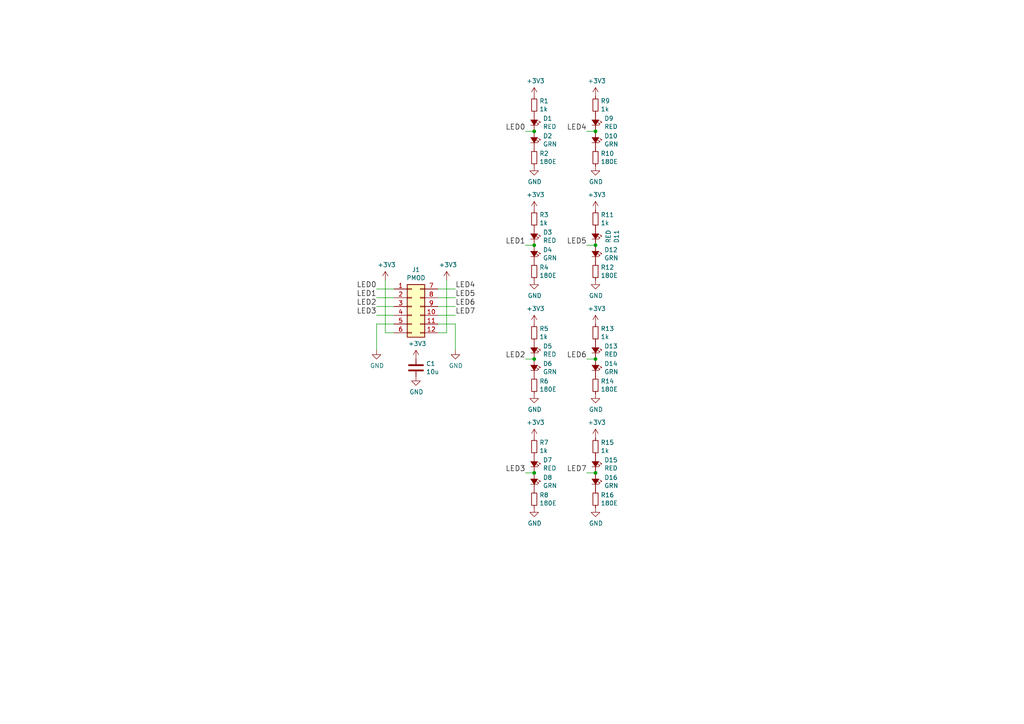
<source format=kicad_sch>
(kicad_sch (version 20230121) (generator eeschema)
  (paper "A4")
  (title_block (title "iCEBreaker PMOD - Tristate LED") (rev "V0.1a") (company "1BitSquared") (comment 1 "(C) 2018 Piotr Esden-Tempski <piotr@esden.net>") (comment 2 "(C) 2018 1BitSquared <info@1bitsquared.com>") (comment 3 "License: CC-BY-SA V4.0"))
  (lib_symbols
    (symbol "Connector_Generic:Conn_02x06_Top_Bottom" (pin_names (offset 1.016) hide)
      (property "Reference" "J" (at 1.27 7.62 0))
      (property "Value" "Conn_02x06_Top_Bottom" (at 1.27 -10.16 0))
      (symbol "Conn_02x06_Top_Bottom_1_1"
        (rectangle (start -1.27 -7.493) (end 0 -7.747) (stroke (width 0.1524)))
        (rectangle (start -1.27 -4.953) (end 0 -5.207) (stroke (width 0.1524)))
        (rectangle (start -1.27 -2.413) (end 0 -2.667) (stroke (width 0.1524)))
        (rectangle (start -1.27 0.127) (end 0 -0.127) (stroke (width 0.1524)))
        (rectangle (start -1.27 2.667) (end 0 2.413) (stroke (width 0.1524)))
        (rectangle (start -1.27 5.207) (end 0 4.953) (stroke (width 0.1524)))
        (rectangle (start -1.27 6.35) (end 3.81 -8.89) (stroke (width 0.254)) (fill (type background)))
        (rectangle (start 3.81 -7.493) (end 2.54 -7.747) (stroke (width 0.1524)))
        (rectangle (start 3.81 -4.953) (end 2.54 -5.207) (stroke (width 0.1524)))
        (rectangle (start 3.81 -2.413) (end 2.54 -2.667) (stroke (width 0.1524)))
        (rectangle (start 3.81 0.127) (end 2.54 -0.127) (stroke (width 0.1524)))
        (rectangle (start 3.81 2.667) (end 2.54 2.413) (stroke (width 0.1524)))
        (rectangle (start 3.81 5.207) (end 2.54 4.953) (stroke (width 0.1524)))
        (pin passive line (at -5.08 5.08 0) (length 3.81) (name "Pin_1") (number "1"))
        (pin passive line (at 7.62 -2.54 180) (length 3.81) (name "Pin_10") (number "10"))
        (pin passive line (at 7.62 -5.08 180) (length 3.81) (name "Pin_11") (number "11"))
        (pin passive line (at 7.62 -7.62 180) (length 3.81) (name "Pin_12") (number "12"))
        (pin passive line (at -5.08 2.54 0) (length 3.81) (name "Pin_2") (number "2"))
        (pin passive line (at -5.08 0 0) (length 3.81) (name "Pin_3") (number "3"))
        (pin passive line (at -5.08 -2.54 0) (length 3.81) (name "Pin_4") (number "4"))
        (pin passive line (at -5.08 -5.08 0) (length 3.81) (name "Pin_5") (number "5"))
        (pin passive line (at -5.08 -7.62 0) (length 3.81) (name "Pin_6") (number "6"))
        (pin passive line (at 7.62 5.08 180) (length 3.81) (name "Pin_7") (number "7"))
        (pin passive line (at 7.62 2.54 180) (length 3.81) (name "Pin_8") (number "8"))
        (pin passive line (at 7.62 0 180) (length 3.81) (name "Pin_9") (number "9"))
      )
    )
    (symbol "ibp-tristate-led-rescue:pkl_C-pkl_device" (pin_numbers hide) (pin_names (offset 0.254))
      (property "Reference" "C" (at 0.635 2.54 0))
      (property "Value" "pkl_device:pkl_C" (at 0.635 -2.54 0))
      (symbol "pkl_C-pkl_device_0_1"
        (polyline (pts (xy -2.032 -0.762) (xy 2.032 -0.762)) (stroke (width 0.508)))
        (polyline (pts (xy -2.032 0.762) (xy 2.032 0.762)) (stroke (width 0.508)))
      )
      (symbol "pkl_C-pkl_device_1_1"
        (pin passive line (at 0 2.54 270) (length 1.524) (name "~") (number "1"))
        (pin passive line (at 0 -2.54 90) (length 1.524) (name "~") (number "2"))
      )
    )
    (symbol "ibp-tristate-led-rescue:pkl_Led_Small-pkl_device" (pin_numbers hide) (pin_names (offset 0.254) hide)
      (property "Reference" "D" (at -1.27 2.54 0))
      (property "Value" "pkl_device:pkl_Led_Small" (at -3.81 -2.032 0))
      (symbol "pkl_Led_Small-pkl_device_0_1"
        (polyline (pts (xy 0.762 -1.016) (xy 0.762 1.016)))
        (polyline (pts (xy -0.762 -1.016) (xy 0.762 0) (xy -0.762 1.016) (xy -0.762 -1.016)) (fill (type outline)))
        (polyline (pts (xy -0.508 1.27) (xy 0 1.778) (xy -0.254 1.778) (xy 0 1.778) (xy 0 1.524)))
        (polyline (pts (xy 0 0.762) (xy 0.508 1.27) (xy 0.254 1.27) (xy 0.508 1.27) (xy 0.508 1.016)))
      )
      (symbol "pkl_Led_Small-pkl_device_1_1"
        (pin passive line (at -2.54 0 0) (length 1.778) (name "A") (number "A"))
        (pin passive line (at 2.54 0 180) (length 1.778) (name "C") (number "C"))
      )
    )
    (symbol "ibp-tristate-led-rescue:pkl_R_Small-pkl_device" (pin_numbers hide) (pin_names (offset 0.254) hide)
      (property "Reference" "R" (at 0.762 0.508 0))
      (property "Value" "pkl_device:pkl_R_Small" (at 0.762 -1.016 0))
      (symbol "pkl_R_Small-pkl_device_0_1"
        (rectangle (start -0.762 1.778) (end 0.762 -1.778) (stroke (width 0.2032)))
      )
      (symbol "pkl_R_Small-pkl_device_1_1"
        (pin passive line (at 0 2.54 270) (length 0.762) (name "~") (number "1"))
        (pin passive line (at 0 -2.54 90) (length 0.762) (name "~") (number "2"))
      )
    )
    (symbol "power:+3V3" (power) (pin_names (offset 0))
      (property "Value" "+3V3" (at 0 3.556 0))
      (symbol "+3V3_0_1"
        (polyline (pts (xy -0.762 1.27) (xy 0 2.54)))
        (polyline (pts (xy 0 0) (xy 0 2.54)))
        (polyline (pts (xy 0 2.54) (xy 0.762 1.27)))
      )
      (symbol "+3V3_1_1"
        (pin power_in line (at 0 0 90) (length 0) hide (name "+3V3") (number "1"))
      )
    )
    (symbol "power:GND" (power) (pin_names (offset 0))
      (property "Value" "GND" (at 0 -3.81 0))
      (symbol "GND_0_1"
        (polyline (pts (xy 0 0) (xy 0 -1.27) (xy 1.27 -1.27) (xy 0 -2.54) (xy -1.27 -1.27) (xy 0 -1.27)))
      )
      (symbol "GND_1_1"
        (pin power_in line (at 0 0 270) (length 0) hide (name "GND") (number "1"))
      )
    )
  )
  (junction (at 154.94 38.1))
  (junction (at 172.72 38.1))
  (junction (at 154.94 137.16))
  (junction (at 172.72 137.16))
  (junction (at 154.94 104.14))
  (junction (at 172.72 71.12))
  (junction (at 172.72 104.14))
  (junction (at 154.94 71.12))
  (wire (pts (xy 170.18 137.16) (xy 172.72 137.16)))
  (wire (pts (xy 114.3 83.82) (xy 109.22 83.82)))
  (wire (pts (xy 127 91.44) (xy 132.08 91.44)))
  (wire (pts (xy 170.18 104.14) (xy 172.72 104.14)))
  (wire (pts (xy 170.18 38.1) (xy 172.72 38.1)))
  (wire (pts (xy 129.54 96.52) (xy 129.54 81.28)))
  (wire (pts (xy 114.3 91.44) (xy 109.22 91.44)))
  (wire (pts (xy 114.3 86.36) (xy 109.22 86.36)))
  (wire (pts (xy 152.4 104.14) (xy 154.94 104.14)))
  (wire (pts (xy 114.3 96.52) (xy 111.76 96.52)))
  (wire (pts (xy 170.18 71.12) (xy 172.72 71.12)))
  (wire (pts (xy 111.76 96.52) (xy 111.76 81.28)))
  (wire (pts (xy 152.4 71.12) (xy 154.94 71.12)))
  (wire (pts (xy 127 86.36) (xy 132.08 86.36)))
  (wire (pts (xy 109.22 93.98) (xy 109.22 101.6)))
  (wire (pts (xy 127 88.9) (xy 132.08 88.9)))
  (wire (pts (xy 152.4 38.1) (xy 154.94 38.1)))
  (wire (pts (xy 127 96.52) (xy 129.54 96.52)))
  (wire (pts (xy 152.4 137.16) (xy 154.94 137.16)))
  (wire (pts (xy 114.3 93.98) (xy 109.22 93.98)))
  (wire (pts (xy 114.3 88.9) (xy 109.22 88.9)))
  (wire (pts (xy 132.08 93.98) (xy 132.08 101.6)))
  (wire (pts (xy 127 83.82) (xy 132.08 83.82)))
  (wire (pts (xy 127 93.98) (xy 132.08 93.98)))
  (label "LED1" (at 152.4 71.12 180) (effects (font (size 1.524 1.524))))
  (label "LED5" (at 132.08 86.36 0) (effects (font (size 1.524 1.524))))
  (label "LED7" (at 170.18 137.16 180) (effects (font (size 1.524 1.524))))
  (label "LED5" (at 170.18 71.12 180) (effects (font (size 1.524 1.524))))
  (label "LED0" (at 152.4 38.1 180) (effects (font (size 1.524 1.524))))
  (label "LED2" (at 109.22 88.9 180) (effects (font (size 1.524 1.524))))
  (label "LED4" (at 132.08 83.82 0) (effects (font (size 1.524 1.524))))
  (label "LED3" (at 109.22 91.44 180) (effects (font (size 1.524 1.524))))
  (label "LED4" (at 170.18 38.1 180) (effects (font (size 1.524 1.524))))
  (label "LED0" (at 109.22 83.82 180) (effects (font (size 1.524 1.524))))
  (label "LED3" (at 152.4 137.16 180) (effects (font (size 1.524 1.524))))
  (label "LED2" (at 152.4 104.14 180) (effects (font (size 1.524 1.524))))
  (label "LED7" (at 132.08 91.44 0) (effects (font (size 1.524 1.524))))
  (label "LED1" (at 109.22 86.36 180) (effects (font (size 1.524 1.524))))
  (label "LED6" (at 170.18 104.14 180) (effects (font (size 1.524 1.524))))
  (label "LED6" (at 132.08 88.9 0) (effects (font (size 1.524 1.524))))
  (symbol (lib_id "Connector_Generic:Conn_02x06_Top_Bottom") (at 119.38 88.9 0) (unit 1)
    (property "Reference" "J1" (at 120.65 78.232 0))
    (property "Value" "PMOD" (at 120.65 80.5942 0))
    (property "Footprint" "pkl_connectors:PMODHeader_2x06_P2.54mm_Horizontal" (effects hide))
    (property "Key" "conn-th-01in-6-2-hdr-ra" (effects hide))
    (property "Source" "ANY" (effects hide))
  )
  (symbol (lib_id "power:GND") (at 132.08 101.6 0) (unit 1)
    (property "Reference" "#PWR06" (effects hide))
    (property "Value" "GND" (at 132.207 106.0704 0))
  )
  (symbol (lib_id "power:GND") (at 109.22 101.6 0) (unit 1)
    (property "Reference" "#PWR01" (effects hide))
    (property "Value" "GND" (at 109.347 106.0704 0))
  )
  (symbol (lib_id "power:+3V3") (at 129.54 81.28 0) (unit 1)
    (property "Reference" "#PWR05" (effects hide))
    (property "Value" "+3V3" (at 129.921 76.8096 0))
  )
  (symbol (lib_id "power:+3V3") (at 111.76 81.28 0) (unit 1)
    (property "Reference" "#PWR02" (effects hide))
    (property "Value" "+3V3" (at 112.141 76.8096 0))
  )
  (symbol (lib_id "ibp-tristate-led-rescue:pkl_C-pkl_device") (at 120.65 106.68 0) (unit 1)
    (property "Reference" "C1" (at 123.571 105.4862 0) (effects (justify left)))
    (property "Value" "10u" (at 123.571 107.8484 0) (effects (justify left)))
    (property "Footprint" "pkl_dipol:C_0603" (effects hide))
    (property "Key" "cap-cer-0603-10u" (effects hide))
    (property "Source" "ANY" (effects hide))
  )
  (symbol (lib_id "power:+3V3") (at 120.65 104.14 0) (unit 1)
    (property "Reference" "#PWR03" (effects hide))
    (property "Value" "+3V3" (at 121.031 99.6696 0))
  )
  (symbol (lib_id "power:GND") (at 120.65 109.22 0) (unit 1)
    (property "Reference" "#PWR04" (effects hide))
    (property "Value" "GND" (at 120.777 113.6904 0))
  )
  (symbol (lib_id "ibp-tristate-led-rescue:pkl_R_Small-pkl_device") (at 154.94 129.54 0) (unit 1)
    (property "Reference" "R7" (at 156.4386 128.3462 0) (effects (justify left)))
    (property "Value" "1k" (at 156.4386 130.7084 0) (effects (justify left)))
    (property "Footprint" "pkl_dipol:R_0402" (effects hide))
    (property "Key" "res-0402-1k" (effects hide))
    (property "Source" "ANY" (effects hide))
  )
  (symbol (lib_id "ibp-tristate-led-rescue:pkl_R_Small-pkl_device") (at 154.94 144.78 0) (unit 1)
    (property "Reference" "R8" (at 156.4386 143.5862 0) (effects (justify left)))
    (property "Value" "180E" (at 156.4386 145.9484 0) (effects (justify left)))
    (property "Footprint" "pkl_dipol:R_0402" (effects hide))
    (property "Key" "res-0402-180" (effects hide))
    (property "Source" "ANY" (effects hide))
  )
  (symbol (lib_id "power:+3V3") (at 154.94 127 0) (unit 1)
    (property "Reference" "#PWR013" (effects hide))
    (property "Value" "+3V3" (at 155.321 122.5296 0))
  )
  (symbol (lib_id "power:GND") (at 154.94 147.32 0) (unit 1)
    (property "Reference" "#PWR014" (effects hide))
    (property "Value" "GND" (at 155.067 151.7904 0))
  )
  (symbol (lib_id "ibp-tristate-led-rescue:pkl_R_Small-pkl_device") (at 172.72 129.54 0) (unit 1)
    (property "Reference" "R15" (at 174.2186 128.3462 0) (effects (justify left)))
    (property "Value" "1k" (at 174.2186 130.7084 0) (effects (justify left)))
    (property "Footprint" "pkl_dipol:R_0402" (effects hide))
    (property "Key" "res-0402-1k" (effects hide))
    (property "Source" "ANY" (effects hide))
  )
  (symbol (lib_id "ibp-tristate-led-rescue:pkl_R_Small-pkl_device") (at 172.72 144.78 0) (unit 1)
    (property "Reference" "R16" (at 174.2186 143.5862 0) (effects (justify left)))
    (property "Value" "180E" (at 174.2186 145.9484 0) (effects (justify left)))
    (property "Footprint" "pkl_dipol:R_0402" (effects hide))
    (property "Key" "res-0402-180" (effects hide))
    (property "Source" "ANY" (effects hide))
  )
  (symbol (lib_id "power:+3V3") (at 172.72 127 0) (unit 1)
    (property "Reference" "#PWR021" (effects hide))
    (property "Value" "+3V3" (at 173.101 122.5296 0))
  )
  (symbol (lib_id "power:GND") (at 172.72 147.32 0) (unit 1)
    (property "Reference" "#PWR022" (effects hide))
    (property "Value" "GND" (at 172.847 151.7904 0))
  )
  (symbol (lib_id "ibp-tristate-led-rescue:pkl_R_Small-pkl_device") (at 154.94 96.52 0) (unit 1)
    (property "Reference" "R5" (at 156.4386 95.3262 0) (effects (justify left)))
    (property "Value" "1k" (at 156.4386 97.6884 0) (effects (justify left)))
    (property "Footprint" "pkl_dipol:R_0402" (effects hide))
    (property "Key" "res-0402-1k" (effects hide))
    (property "Source" "ANY" (effects hide))
  )
  (symbol (lib_id "ibp-tristate-led-rescue:pkl_R_Small-pkl_device") (at 154.94 111.76 0) (unit 1)
    (property "Reference" "R6" (at 156.4386 110.5662 0) (effects (justify left)))
    (property "Value" "180E" (at 156.4386 112.9284 0) (effects (justify left)))
    (property "Footprint" "pkl_dipol:R_0402" (effects hide))
    (property "Key" "res-0402-180" (effects hide))
    (property "Source" "ANY" (effects hide))
  )
  (symbol (lib_id "power:+3V3") (at 154.94 93.98 0) (unit 1)
    (property "Reference" "#PWR011" (effects hide))
    (property "Value" "+3V3" (at 155.321 89.5096 0))
  )
  (symbol (lib_id "power:GND") (at 154.94 114.3 0) (unit 1)
    (property "Reference" "#PWR012" (effects hide))
    (property "Value" "GND" (at 155.067 118.7704 0))
  )
  (symbol (lib_id "ibp-tristate-led-rescue:pkl_R_Small-pkl_device") (at 172.72 96.52 0) (unit 1)
    (property "Reference" "R13" (at 174.2186 95.3262 0) (effects (justify left)))
    (property "Value" "1k" (at 174.2186 97.6884 0) (effects (justify left)))
    (property "Footprint" "pkl_dipol:R_0402" (effects hide))
    (property "Key" "res-0402-1k" (effects hide))
    (property "Source" "ANY" (effects hide))
  )
  (symbol (lib_id "ibp-tristate-led-rescue:pkl_R_Small-pkl_device") (at 172.72 111.76 0) (unit 1)
    (property "Reference" "R14" (at 174.2186 110.5662 0) (effects (justify left)))
    (property "Value" "180E" (at 174.2186 112.9284 0) (effects (justify left)))
    (property "Footprint" "pkl_dipol:R_0402" (effects hide))
    (property "Key" "res-0402-180" (effects hide))
    (property "Source" "ANY" (effects hide))
  )
  (symbol (lib_id "power:+3V3") (at 172.72 93.98 0) (unit 1)
    (property "Reference" "#PWR019" (effects hide))
    (property "Value" "+3V3" (at 173.101 89.5096 0))
  )
  (symbol (lib_id "power:GND") (at 172.72 114.3 0) (unit 1)
    (property "Reference" "#PWR020" (effects hide))
    (property "Value" "GND" (at 172.847 118.7704 0))
  )
  (symbol (lib_id "ibp-tristate-led-rescue:pkl_R_Small-pkl_device") (at 154.94 63.5 0) (unit 1)
    (property "Reference" "R3" (at 156.4386 62.3062 0) (effects (justify left)))
    (property "Value" "1k" (at 156.4386 64.6684 0) (effects (justify left)))
    (property "Footprint" "pkl_dipol:R_0402" (effects hide))
    (property "Key" "res-0402-1k" (effects hide))
    (property "Source" "ANY" (effects hide))
  )
  (symbol (lib_id "ibp-tristate-led-rescue:pkl_R_Small-pkl_device") (at 154.94 78.74 0) (unit 1)
    (property "Reference" "R4" (at 156.4386 77.5462 0) (effects (justify left)))
    (property "Value" "180E" (at 156.4386 79.9084 0) (effects (justify left)))
    (property "Footprint" "pkl_dipol:R_0402" (effects hide))
    (property "Key" "res-0402-180" (effects hide))
    (property "Source" "ANY" (effects hide))
  )
  (symbol (lib_id "power:+3V3") (at 154.94 60.96 0) (unit 1)
    (property "Reference" "#PWR09" (effects hide))
    (property "Value" "+3V3" (at 155.321 56.4896 0))
  )
  (symbol (lib_id "power:GND") (at 154.94 81.28 0) (unit 1)
    (property "Reference" "#PWR010" (effects hide))
    (property "Value" "GND" (at 155.067 85.7504 0))
  )
  (symbol (lib_id "ibp-tristate-led-rescue:pkl_R_Small-pkl_device") (at 172.72 63.5 0) (unit 1)
    (property "Reference" "R11" (at 174.2186 62.3062 0) (effects (justify left)))
    (property "Value" "1k" (at 174.2186 64.6684 0) (effects (justify left)))
    (property "Footprint" "pkl_dipol:R_0402" (effects hide))
    (property "Key" "res-0402-1k" (effects hide))
    (property "Source" "ANY" (effects hide))
  )
  (symbol (lib_id "ibp-tristate-led-rescue:pkl_R_Small-pkl_device") (at 172.72 78.74 0) (unit 1)
    (property "Reference" "R12" (at 174.2186 77.5462 0) (effects (justify left)))
    (property "Value" "180E" (at 174.2186 79.9084 0) (effects (justify left)))
    (property "Footprint" "pkl_dipol:R_0402" (effects hide))
    (property "Key" "res-0402-180" (effects hide))
    (property "Source" "ANY" (effects hide))
  )
  (symbol (lib_id "power:+3V3") (at 172.72 60.96 0) (unit 1)
    (property "Reference" "#PWR017" (effects hide))
    (property "Value" "+3V3" (at 173.101 56.4896 0))
  )
  (symbol (lib_id "power:GND") (at 172.72 81.28 0) (unit 1)
    (property "Reference" "#PWR018" (effects hide))
    (property "Value" "GND" (at 172.847 85.7504 0))
  )
  (symbol (lib_id "ibp-tristate-led-rescue:pkl_R_Small-pkl_device") (at 154.94 30.48 0) (unit 1)
    (property "Reference" "R1" (at 156.4386 29.2862 0) (effects (justify left)))
    (property "Value" "1k" (at 156.4386 31.6484 0) (effects (justify left)))
    (property "Footprint" "pkl_dipol:R_0402" (effects hide))
    (property "Key" "res-0402-1k" (effects hide))
    (property "Source" "ANY" (effects hide))
  )
  (symbol (lib_id "ibp-tristate-led-rescue:pkl_R_Small-pkl_device") (at 154.94 45.72 0) (unit 1)
    (property "Reference" "R2" (at 156.4386 44.5262 0) (effects (justify left)))
    (property "Value" "180E" (at 156.4386 46.8884 0) (effects (justify left)))
    (property "Footprint" "pkl_dipol:R_0402" (effects hide))
    (property "Key" "res-0402-180" (effects hide))
    (property "Source" "ANY" (effects hide))
  )
  (symbol (lib_id "power:+3V3") (at 154.94 27.94 0) (unit 1)
    (property "Reference" "#PWR07" (effects hide))
    (property "Value" "+3V3" (at 155.321 23.4696 0))
  )
  (symbol (lib_id "power:GND") (at 154.94 48.26 0) (unit 1)
    (property "Reference" "#PWR08" (effects hide))
    (property "Value" "GND" (at 155.067 52.7304 0))
  )
  (symbol (lib_id "ibp-tristate-led-rescue:pkl_R_Small-pkl_device") (at 172.72 30.48 0) (unit 1)
    (property "Reference" "R9" (at 174.2186 29.2862 0) (effects (justify left)))
    (property "Value" "1k" (at 174.2186 31.6484 0) (effects (justify left)))
    (property "Footprint" "pkl_dipol:R_0402" (effects hide))
    (property "Key" "res-0402-1k" (effects hide))
    (property "Source" "ANY" (effects hide))
  )
  (symbol (lib_id "ibp-tristate-led-rescue:pkl_R_Small-pkl_device") (at 172.72 45.72 0) (unit 1)
    (property "Reference" "R10" (at 174.2186 44.5262 0) (effects (justify left)))
    (property "Value" "180E" (at 174.2186 46.8884 0) (effects (justify left)))
    (property "Footprint" "pkl_dipol:R_0402" (effects hide))
    (property "Key" "res-0402-180" (effects hide))
    (property "Source" "ANY" (effects hide))
  )
  (symbol (lib_id "power:+3V3") (at 172.72 27.94 0) (unit 1)
    (property "Reference" "#PWR015" (effects hide))
    (property "Value" "+3V3" (at 173.101 23.4696 0))
  )
  (symbol (lib_id "power:GND") (at 172.72 48.26 0) (unit 1)
    (property "Reference" "#PWR016" (effects hide))
    (property "Value" "GND" (at 172.847 52.7304 0))
  )
  (symbol (lib_id "ibp-tristate-led-rescue:pkl_Led_Small-pkl_device") (at 154.94 134.62 270) (unit 1)
    (property "Reference" "D7" (at 157.48 133.4262 90) (effects (justify left)))
    (property "Value" "RED" (at 157.48 135.7884 90) (effects (justify left)))
    (property "Footprint" "pkl_dipol:D_0603" (effects hide))
    (property "Source" "ANY" (effects hide))
    (property "Key" "led-0603-red" (effects hide))
  )
  (symbol (lib_id "ibp-tristate-led-rescue:pkl_Led_Small-pkl_device") (at 154.94 139.7 270) (unit 1)
    (property "Reference" "D8" (at 157.48 138.5062 90) (effects (justify left)))
    (property "Value" "GRN" (at 157.48 140.8684 90) (effects (justify left)))
    (property "Footprint" "pkl_dipol:D_0603" (effects hide))
    (property "Source" "ANY" (effects hide))
    (property "Key" "led-0603-grn" (effects hide))
  )
  (symbol (lib_id "ibp-tristate-led-rescue:pkl_Led_Small-pkl_device") (at 172.72 134.62 270) (unit 1)
    (property "Reference" "D15" (at 175.26 133.4262 90) (effects (justify left)))
    (property "Value" "RED" (at 175.26 135.7884 90) (effects (justify left)))
    (property "Footprint" "pkl_dipol:D_0603" (effects hide))
    (property "Source" "ANY" (effects hide))
    (property "Key" "led-0603-red" (effects hide))
  )
  (symbol (lib_id "ibp-tristate-led-rescue:pkl_Led_Small-pkl_device") (at 172.72 139.7 270) (unit 1)
    (property "Reference" "D16" (at 175.26 138.5062 90) (effects (justify left)))
    (property "Value" "GRN" (at 175.26 140.8684 90) (effects (justify left)))
    (property "Footprint" "pkl_dipol:D_0603" (effects hide))
    (property "Source" "ANY" (effects hide))
    (property "Key" "led-0603-grn" (effects hide))
  )
  (symbol (lib_id "ibp-tristate-led-rescue:pkl_Led_Small-pkl_device") (at 154.94 101.6 270) (unit 1)
    (property "Reference" "D5" (at 157.48 100.4062 90) (effects (justify left)))
    (property "Value" "RED" (at 157.48 102.7684 90) (effects (justify left)))
    (property "Footprint" "pkl_dipol:D_0603" (effects hide))
    (property "Source" "ANY" (effects hide))
    (property "Key" "led-0603-red" (effects hide))
  )
  (symbol (lib_id "ibp-tristate-led-rescue:pkl_Led_Small-pkl_device") (at 154.94 106.68 270) (unit 1)
    (property "Reference" "D6" (at 157.48 105.4862 90) (effects (justify left)))
    (property "Value" "GRN" (at 157.48 107.8484 90) (effects (justify left)))
    (property "Footprint" "pkl_dipol:D_0603" (effects hide))
    (property "Source" "ANY" (effects hide))
    (property "Key" "led-0603-grn" (effects hide))
  )
  (symbol (lib_id "ibp-tristate-led-rescue:pkl_Led_Small-pkl_device") (at 172.72 101.6 270) (unit 1)
    (property "Reference" "D13" (at 175.26 100.4062 90) (effects (justify left)))
    (property "Value" "RED" (at 175.26 102.7684 90) (effects (justify left)))
    (property "Footprint" "pkl_dipol:D_0603" (effects hide))
    (property "Source" "ANY" (effects hide))
    (property "Key" "led-0603-red" (effects hide))
  )
  (symbol (lib_id "ibp-tristate-led-rescue:pkl_Led_Small-pkl_device") (at 172.72 106.68 270) (unit 1)
    (property "Reference" "D14" (at 175.26 105.4862 90) (effects (justify left)))
    (property "Value" "GRN" (at 175.26 107.8484 90) (effects (justify left)))
    (property "Footprint" "pkl_dipol:D_0603" (effects hide))
    (property "Source" "ANY" (effects hide))
    (property "Key" "led-0603-grn" (effects hide))
  )
  (symbol (lib_id "ibp-tristate-led-rescue:pkl_Led_Small-pkl_device") (at 154.94 68.58 270) (unit 1)
    (property "Reference" "D3" (at 157.48 67.3862 90) (effects (justify left)))
    (property "Value" "RED" (at 157.48 69.7484 90) (effects (justify left)))
    (property "Footprint" "pkl_dipol:D_0603" (effects hide))
    (property "Source" "ANY" (effects hide))
    (property "Key" "led-0603-red" (effects hide))
  )
  (symbol (lib_id "ibp-tristate-led-rescue:pkl_Led_Small-pkl_device") (at 154.94 73.66 270) (unit 1)
    (property "Reference" "D4" (at 157.48 72.4662 90) (effects (justify left)))
    (property "Value" "GRN" (at 157.48 74.8284 90) (effects (justify left)))
    (property "Footprint" "pkl_dipol:D_0603" (effects hide))
    (property "Source" "ANY" (effects hide))
    (property "Key" "led-0603-grn" (effects hide))
  )
  (symbol (lib_id "ibp-tristate-led-rescue:pkl_Led_Small-pkl_device") (at 172.72 68.58 270) (unit 1)
    (property "Reference" "D11" (at 178.816 68.58 0))
    (property "Value" "RED" (at 176.4538 68.58 0))
    (property "Footprint" "pkl_dipol:D_0603" (effects hide))
    (property "Source" "ANY" (effects hide))
    (property "Key" "led-0603-red" (effects hide))
  )
  (symbol (lib_id "ibp-tristate-led-rescue:pkl_Led_Small-pkl_device") (at 172.72 73.66 270) (unit 1)
    (property "Reference" "D12" (at 175.26 72.4662 90) (effects (justify left)))
    (property "Value" "GRN" (at 175.26 74.8284 90) (effects (justify left)))
    (property "Footprint" "pkl_dipol:D_0603" (effects hide))
    (property "Source" "ANY" (effects hide))
    (property "Key" "led-0603-grn" (effects hide))
  )
  (symbol (lib_id "ibp-tristate-led-rescue:pkl_Led_Small-pkl_device") (at 172.72 35.56 270) (unit 1)
    (property "Reference" "D9" (at 175.26 34.3662 90) (effects (justify left)))
    (property "Value" "RED" (at 175.26 36.7284 90) (effects (justify left)))
    (property "Footprint" "pkl_dipol:D_0603" (effects hide))
    (property "Source" "ANY" (effects hide))
    (property "Key" "led-0603-red" (effects hide))
  )
  (symbol (lib_id "ibp-tristate-led-rescue:pkl_Led_Small-pkl_device") (at 172.72 40.64 270) (unit 1)
    (property "Reference" "D10" (at 175.26 39.4462 90) (effects (justify left)))
    (property "Value" "GRN" (at 175.26 41.8084 90) (effects (justify left)))
    (property "Footprint" "pkl_dipol:D_0603" (effects hide))
    (property "Source" "ANY" (effects hide))
    (property "Key" "led-0603-grn" (effects hide))
  )
  (symbol (lib_id "ibp-tristate-led-rescue:pkl_Led_Small-pkl_device") (at 154.94 35.56 270) (unit 1)
    (property "Reference" "D1" (at 157.48 34.3662 90) (effects (justify left)))
    (property "Value" "RED" (at 157.48 36.7284 90) (effects (justify left)))
    (property "Footprint" "pkl_dipol:D_0603" (effects hide))
    (property "Source" "ANY" (effects hide))
    (property "Key" "led-0603-red" (effects hide))
  )
  (symbol (lib_id "ibp-tristate-led-rescue:pkl_Led_Small-pkl_device") (at 154.94 40.64 270) (unit 1)
    (property "Reference" "D2" (at 157.48 39.4462 90) (effects (justify left)))
    (property "Value" "GRN" (at 157.48 41.8084 90) (effects (justify left)))
    (property "Footprint" "pkl_dipol:D_0603" (effects hide))
    (property "Source" "ANY" (effects hide))
    (property "Key" "led-0603-grn" (effects hide))
  )
)
</source>
